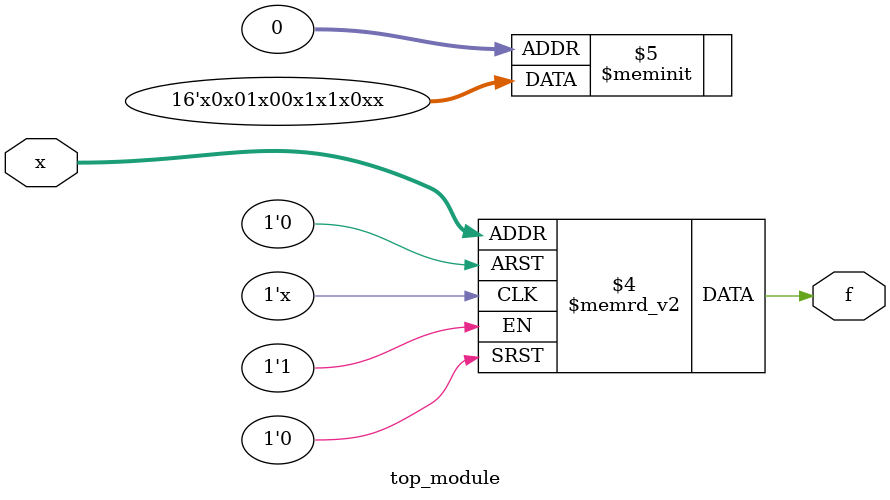
<source format=sv>
module top_module (
  input [4:1] x,
  output logic f
);
  
  always_comb begin
    case (x)
      4'h0, 4'h1, 4'h3, 4'h5, 4'ha, 4'hd, 4'hf: f = 1'bx;
      4'h2, 4'hc, 4'h8, 4'h9, 4'he: f = 0;
      4'h4, 4'h6, 4'hb: f = 1;
      default: f = 1'bx;
    endcase
  end
  
endmodule

</source>
